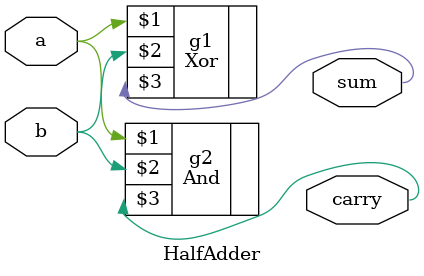
<source format=v>
`include "../01/Mux8Way16.v"

module HalfAdder(a,b,sum,carry);
    input a,b;
    output sum,carry;

    Xor g1(a,b,sum);
    And g2(a,b,carry);
endmodule
</source>
